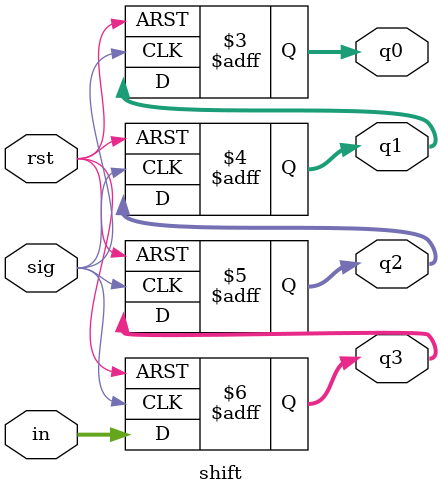
<source format=v>
module shift(sig,in,rst,q0,q1,q2,q3);
output reg [3:0]q0;
output reg [3:0]q1;
output reg [3:0]q2;
output reg [3:0]q3;
input sig,rst;
input [3:0]in;

always@(posedge sig,negedge rst)
begin
 if(!rst)
  begin
   q0<=15;
   q1<=15;
   q2<=15;
   q3<=15;
  end
else begin
  q3<=in;
  q2<=q3;
  q1<=q2;
  q0<=q1;
  end
end
endmodule

</source>
